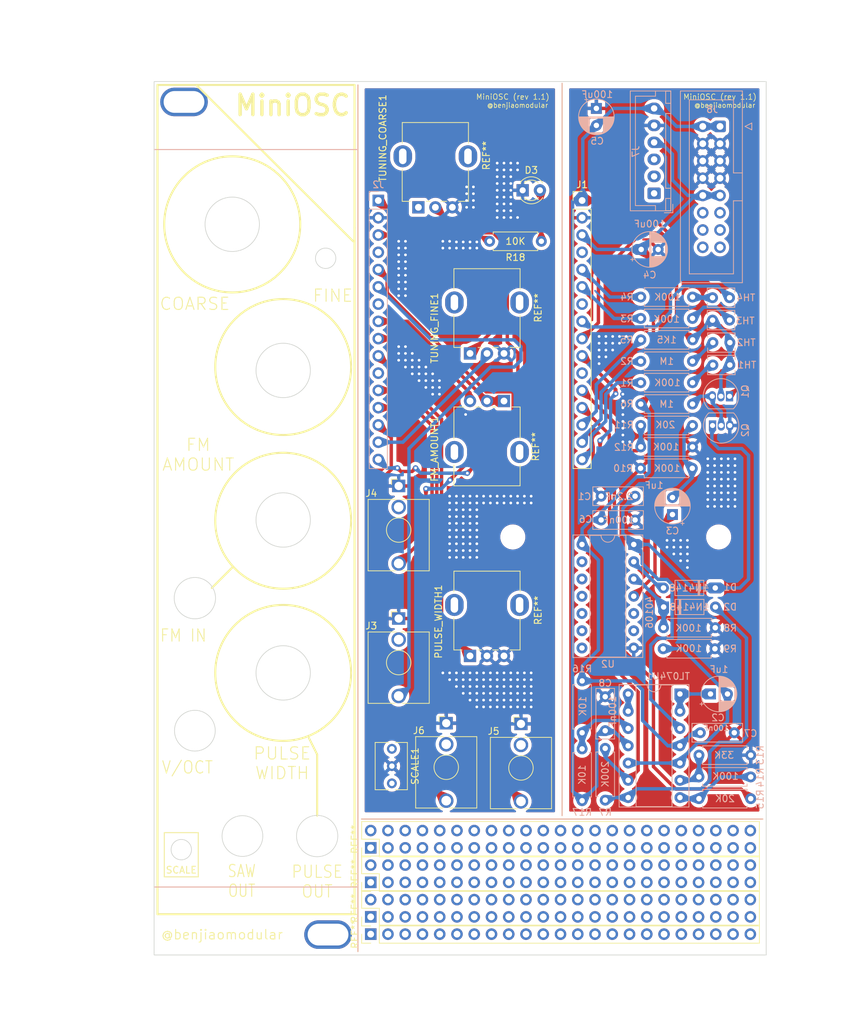
<source format=kicad_pcb>
(kicad_pcb (version 20221018) (generator pcbnew)
  (layers (0 "F.Cu" signal) (31 "B.Cu" signal) (34 "B.Paste" user) (35 "F.Paste" user) (36 "B.SilkS" user "B.Silkscreen") (37 "F.SilkS" user "F.Silkscreen") (38 "B.Mask" user) (39 "F.Mask" user) (44 "Edge.Cuts" user))
  (net 0 "")
  (net 1 "Earth")
  (net 2 "Net-(C1-Pad1)")
  (net 3 "Net-(C2-Pad2)")
  (net 4 "Net-(C2-Pad1)")
  (net 5 "Net-(C3-Pad1)")
  (net 6 "Net-(C3-Pad2)")
  (net 7 "+12V")
  (net 8 "-12V")
  (net 9 "Net-(D1-Pad2)")
  (net 10 "Net-(D2-Pad2)")
  (net 11 "Net-(D2-Pad1)")
  (net 12 "GND1")
  (net 13 "Net-(D3-Pad2)")
  (net 14 "/FrontPanel/FP_FM_AMT_P2")
  (net 15 "/FrontPanel/FP_FM_AMT_P3")
  (net 16 "Net-(J1-Pad16)")
  (net 17 "Net-(J1-Pad15)")
  (net 18 "SCALE")
  (net 19 "Net-(J1-Pad6)")
  (net 20 "Net-(J1-Pad5)")
  (net 21 "FP_12V_NEG")
  (net 22 "/FrontPanel/FP_12V_POS")
  (net 23 "/FrontPanel/FP_FM_IN")
  (net 24 "/FrontPanel/FP_V_OCT_IN")
  (net 25 "/FrontPanel/FP_SCALE")
  (net 26 "/FrontPanel/FP_FINE")
  (net 27 "/FrontPanel/FP_COARSE")
  (net 28 "PULSE_OUT")
  (net 29 "SAW_OUT")
  (net 30 "/FrontPanel/FP_PULSE_WIDTH")
  (net 31 "Net-(Q1-Pad3)")
  (net 32 "Net-(R1-Pad1)")
  (net 33 "Net-(R2-Pad1)")
  (net 34 "Net-(R3-Pad1)")
  (net 35 "Net-(R4-Pad1)")
  (net 36 "Net-(R13-Pad1)")
  (net 37 "Net-(R14-Pad2)")
  (net 38 "Net-(R16-Pad1)")
  (net 39 "Net-(U1-Pad13)")
  (net 40 "FM_AMT_P2")
  (net 41 "FM_AMT_P3")
  (net 42 "PULSE_WIDTH")
  (net 43 "/FrontPanel/FP_SAW_OUT")
  (net 44 "/FrontPanel/FP_PULSE_OUT")
  (net 45 "Net-(J8-Pad11)")
  (net 46 "Net-(J8-Pad13)")
  (net 47 "Net-(J8-Pad15)")
  (footprint "benjiaomodular:Potentiometer_RV09" (layer "F.Cu") (at 86.5 85 90)
    (fp_text reference "TUNING_FINE1")
    (fp_text value "100K")
  )
  (footprint "benjiaomodular:Potentiometer_RV09" (layer "F.Cu") (at 78.9 63.5 90)
    (fp_text reference "TUNING_COARSE1")
    (fp_text value "100K")
  )
  (footprint "Potentiometer_THT:Potentiometer_Bourns_3266Y_Vertical" (layer "F.Cu") (at 75 148.25 -90)
    (fp_text reference "SCALE1")
    (fp_text value "1K")
  )
  (footprint "Connector_Audio:Jack_3.5mm_QingPu_WQP-PJ398SM_Vertical_CircularHoles" (layer "F.Cu") (at 83 139.4)
    (fp_text reference "J6")
    (fp_text value "SAW_OUT")
  )
  (footprint "Connector_Audio:Jack_3.5mm_QingPu_WQP-PJ398SM_Vertical_CircularHoles" (layer "F.Cu") (at 94 139.5)
    (fp_text reference "J5")
    (fp_text value "PULSE_OUT")
  )
  (footprint "Connector_Audio:Jack_3.5mm_QingPu_WQP-PJ398SM_Vertical_CircularHoles" (layer "F.Cu") (at 76 104.5)
    (fp_text reference "J4")
    (fp_text value "FM_IN")
  )
  (footprint "Connector_Audio:Jack_3.5mm_QingPu_WQP-PJ398SM_Vertical_CircularHoles" (layer "F.Cu") (at 76 124)
    (fp_text reference "J3")
    (fp_text value "V_OCT_IN")
  )
  (footprint "benjiaomodular:Potentiometer_RV09" (layer "F.Cu") (at 91.5 92 -90)
    (fp_text reference "FM_AMOUNT1")
    (fp_text value "1M")
  )
  (footprint "benjiaomodular:Potentiometer_RV09" (layer "F.Cu") (at 86.5 129.5 90)
    (fp_text reference "PULSE_WIDTH1")
    (fp_text value "100K")
  )
  (footprint "LED_THT:LED_D3.0mm" (layer "F.Cu") (at 94.25 61)
    (fp_text reference "D3")
    (fp_text value "LED")
  )
  (footprint "Resistor_THT:R_Axial_DIN0207_L6.3mm_D2.5mm_P7.62mm_Horizontal" (layer "F.Cu") (at 97 68.5 180)
    (fp_text reference "R18")
    (fp_text value "10K")
  )
  (footprint "Connector_PinHeader_2.54mm:PinHeader_1x16_P2.54mm_Vertical" (layer "F.Cu") (at 103 62.5)
    (fp_text reference "J1")
    (fp_text value "Conn_01x16_Female")
  )
  (footprint "MountingHole:MountingHole_3.2mm_M3" (layer "F.Cu") (at 123.1 112)
    (fp_text reference "REF**" hide)
    (fp_text value "MountingHole_3.2mm_M3")
  )
  (footprint "MountingHole:MountingHole_3.2mm_M3" (layer "F.Cu") (at 92.8 112)
    (fp_text reference "REF**" hide)
    (fp_text value "MountingHole_3.2mm_M3")
  )
  (footprint "benjiaomodular:MountingHole_M3" (layer "F.Cu") (at 44.4 48)
    (fp_text reference "REF**")
    (fp_text value "MountingHole_M3")
  )
  (footprint "benjiaomodular:MountingHole_M3" (layer "F.Cu") (at 65.6 170.5)
    (fp_text reference "REF**")
    (fp_text value "MountingHole_M3")
  )
  (footprint "Connector_PinHeader_2.54mm:PinHeader_1x23_P2.54mm_Vertical" (layer "F.Cu") (at 71.882 170.434 90)
    (fp_text reference "REF**")
    (fp_text value "PinHeader_1x23_P2.54mm_Vertical")
  )
  (footprint "Connector_PinHeader_2.54mm:PinHeader_2x23_P2.54mm_Vertical" (layer "F.Cu") (at 71.882 162.814 90)
    (fp_text reference "REF**")
    (fp_text value "PinHeader_2x23_P2.54mm_Vertical")
  )
  (footprint "Connector_PinHeader_2.54mm:PinHeader_2x23_P2.54mm_Vertical" (layer "F.Cu") (at 71.882 167.894 90)
    (fp_text reference "REF**")
    (fp_text value "PinHeader_2x23_P2.54mm_Vertical")
  )
  (footprint "Connector_PinHeader_2.54mm:PinHeader_2x23_P2.54mm_Vertical" (layer "F.Cu") (at 71.882 157.734 90)
    (fp_text reference "REF**")
    (fp_text value "PinHeader_2x23_P2.54mm_Vertical")
  )
  (footprint "Capacitor_THT:C_Rect_L7.2mm_W2.5mm_P5.00mm_FKS2_FKP2_MKS2_MKP2" (layer "B.Cu") (at 120.4 140.8)
    (fp_text reference "C7")
    (fp_text value "100nF")
  )
  (footprint "Connector_PinSocket_2.54mm:PinSocket_1x16_P2.54mm_Vertical" (layer "B.Cu") (at 73 62.5 180)
    (fp_text reference "J2")
    (fp_text value "Conn_01x16_Male")
  )
  (footprint "Capacitor_THT:C_Rect_L7.2mm_W2.5mm_P5.00mm_FKS2_FKP2_MKS2_MKP2" (layer "B.Cu") (at 105.8 109.5)
    (fp_text reference "C6")
    (fp_text value "100nF")
  )
  (footprint "Resistor_THT:R_Axial_DIN0207_L6.3mm_D2.5mm_P7.62mm_Horizontal" (layer "B.Cu") (at 106.4 143.1 -90)
    (fp_text reference "R7")
    (fp_text value "200K")
  )
  (footprint "Capacitor_THT:C_Disc_D3.8mm_W2.6mm_P2.50mm" (layer "B.Cu") (at 124.7 76.8 180)
    (fp_text reference "TH4")
    (fp_text value "10K NTC")
  )
  (footprint "Connector_IDC:IDC-Header_2x08_P2.54mm_Vertical" (layer "B.Cu") (at 123.3 51.6 180)
    (fp_text reference "J8")
    (fp_text value "IDC_BUS")
  )
  (footprint "Resistor_THT:R_Axial_DIN0207_L6.3mm_D2.5mm_P7.62mm_Horizontal" (layer "B.Cu") (at 119.25 95.6 180)
    (fp_text reference "R11")
    (fp_text value "20K")
  )
  (footprint "Capacitor_THT:CP_Radial_D5.0mm_P2.50mm" (layer "B.Cu") (at 121.9 135.1)
    (fp_text reference "C2")
    (fp_text value "1uF")
  )
  (footprint "Resistor_THT:R_Axial_DIN0207_L6.3mm_D2.5mm_P7.62mm_Horizontal" (layer "B.Cu") (at 119.25 89.3 180)
    (fp_text reference "R1")
    (fp_text value "100K")
  )
  (footprint "Resistor_THT:R_Axial_DIN0207_L6.3mm_D2.5mm_P7.62mm_Horizontal" (layer "B.Cu") (at 120.2 147.3)
    (fp_text reference "R14")
    (fp_text value "100K")
  )
  (footprint "Capacitor_THT:C_Disc_D3.8mm_W2.6mm_P2.50mm" (layer "B.Cu") (at 122.2 80.1)
    (fp_text reference "TH3")
    (fp_text value "10K NTC")
  )
  (footprint "Connector_JST:JST_XH_B6B-XH-A_1x06_P2.50mm_Vertical" (layer "B.Cu") (at 113.6 61.45 90)
    (fp_text reference "J7")
    (fp_text value "JST_BUS")
  )
  (footprint "Resistor_THT:R_Axial_DIN0207_L6.3mm_D2.5mm_P7.62mm_Horizontal" (layer "B.Cu") (at 119.25 86.15 180)
    (fp_text reference "R2")
    (fp_text value "1M")
  )
  (footprint "Package_DIP:DIP-14_W7.62mm_Socket" (layer "B.Cu") (at 117.4 135.1 180)
    (fp_text reference "U1")
    (fp_text value "TL074")
  )
  (footprint "Capacitor_THT:C_Rect_L7.2mm_W2.5mm_P5.00mm_FKS2_FKP2_MKS2_MKP2" (layer "B.Cu") (at 110.8 106 180)
    (fp_text reference "C1")
    (fp_text value "2.2nF")
  )
  (footprint "Resistor_THT:R_Axial_DIN0207_L6.3mm_D2.5mm_P7.62mm_Horizontal" (layer "B.Cu") (at 122.6 125.35 180)
    (fp_text reference "R8")
    (fp_text value "100K")
  )
  (footprint "Resistor_THT:R_Axial_DIN0207_L6.3mm_D2.5mm_P7.62mm_Horizontal" (layer "B.Cu") (at 119.25 92.45 180)
    (fp_text reference "R6")
    (fp_text value "1M")
  )
  (footprint "Capacitor_THT:CP_Radial_D5.0mm_P2.50mm" (layer "B.Cu") (at 116.3 108.7 90)
    (fp_text reference "C3")
    (fp_text value "1uF")
  )
  (footprint "Package_DIP:DIP-14_W7.62mm_Socket" (layer "B.Cu") (at 110.6 113.1 180)
    (fp_text reference "U2")
    (fp_text value "40106")
  )
  (footprint "Resistor_THT:R_Axial_DIN0207_L6.3mm_D2.5mm_P7.62mm_Horizontal" (layer "B.Cu") (at 111.65 83)
    (fp_text reference "R5")
    (fp_text value "1K5")
  )
  (footprint "Resistor_THT:R_Axial_DIN0207_L6.3mm_D2.5mm_P7.62mm_Horizontal" (layer "B.Cu") (at 103 140.8 90)
    (fp_text reference "R16")
    (fp_text value "10K")
  )
  (footprint "Package_TO_SOT_THT:TO-92_Inline" (layer "B.Cu") (at 124.7 91.3 180)
    (fp_text reference "Q1")
    (fp_text value "BC558")
  )
  (footprint "Resistor_THT:R_Axial_DIN0207_L6.3mm_D2.5mm_P7.62mm_Horizontal" (layer "B.Cu") (at 119.25 79.85 180)
    (fp_text reference "R3")
    (fp_text value "100K")
  )
  (footprint "Resistor_THT:R_Axial_DIN0207_L6.3mm_D2.5mm_P7.62mm_Horizontal" (layer "B.Cu") (at 120.2 144.1)
    (fp_text reference "R13")
    (fp_text value "33K")
  )
  (footprint "Capacitor_THT:C_Disc_D3.8mm_W2.6mm_P2.50mm" (layer "B.Cu") (at 124.75 86.7 180)
    (fp_text reference "TH1")
    (fp_text value "10K NTC")
  )
  (footprint "Resistor_THT:R_Axial_DIN0207_L6.3mm_D2.5mm_P7.62mm_Horizontal" (layer "B.Cu") (at 119.25 76.7 180)
    (fp_text reference "R4")
    (fp_text value "100K")
  )
  (footprint "Capacitor_THT:C_Disc_D3.8mm_W2.6mm_P2.50mm" (layer "B.Cu") (at 124.75 83.4 180)
    (fp_text reference "TH2")
    (fp_text value "10K NTC")
  )
  (footprint "Package_TO_SOT_THT:TO-92_Inline" (layer "B.Cu") (at 122.2 95.6)
    (fp_text reference "Q2")
    (fp_text value "BC548")
  )
  (footprint "Capacitor_THT:CP_Radial_D5.0mm_P2.50mm" (layer "B.Cu") (at 111.7 69.7)
    (fp_text reference "C4")
    (fp_text value "100uF")
  )
  (footprint "Capacitor_THT:CP_Radial_D5.0mm_P2.50mm" (layer "B.Cu") (at 105.1 48.95 -90)
    (fp_text reference "C5")
    (fp_text value "100uF")
  )
  (footprint "Resistor_THT:R_Axial_DIN0207_L6.3mm_D2.5mm_P7.62mm_Horizontal" (layer "B.Cu") (at 111.6 101.9)
    (fp_text reference "R10")
    (fp_text value "100K")
  )
  (footprint "Resistor_THT:R_Axial_DIN0207_L6.3mm_D2.5mm_P7.62mm_Horizontal" (layer "B.Cu") (at 122.55 128.45 180)
    (fp_text reference "R9")
    (fp_text value "100K")
  )
  (footprint "Diode_THT:D_DO-35_SOD27_P7.62mm_Horizontal" (layer "B.Cu") (at 115 122.3)
    (fp_text reference "D2")
    (fp_text value "1N4148")
  )
  (footprint "Resistor_THT:R_Axial_DIN0207_L6.3mm_D2.5mm_P7.62mm_Horizontal" (layer "B.Cu") (at 119.25 98.75 180)
    (fp_text reference "R12")
    (fp_text value "100K")
  )
  (footprint "Capacitor_THT:C_Rect_L7.2mm_W2.5mm_P5.00mm_FKS2_FKP2_MKS2_MKP2" (layer "B.Cu") (at 106.4 135.5 -90)
    (fp_text reference "C8")
    (fp_text value "100nF")
  )
  (footprint "Resistor_THT:R_Axial_DIN0207_L6.3mm_D2.5mm_P7.62mm_Horizontal" (layer "B.Cu") (at 103 150.8 90)
    (fp_text reference "R17")
    (fp_text value "10K")
  )
  (footprint "Resistor_THT:R_Axial_DIN0207_L6.3mm_D2.5mm_P7.62mm_Horizontal" (layer "B.Cu") (at 120.2 150.5)
    (fp_text reference "R15")
    (fp_text value "20K")
  )
  (footprint "Diode_THT:D_DO-35_SOD27_P7.62mm_Horizontal" (layer "B.Cu") (at 122.6 119.5 180)
    (fp_text reference "D1")
    (fp_text value "1N4148")
  )
  (gr_line (start 70 173) (end 70 45.5) (stroke (width 0.15)) (layer "B.SilkS"))
  (gr_line (start 70 55) (end 40 55) (stroke (width 0.15)) (layer "B.SilkS"))
  (gr_line (start 129.6 153.5) (end 70.525 153.5) (stroke (width 0.15)) (layer "B.SilkS"))
  (gr_line (start 40 163.5) (end 70 163.5) (stroke (width 0.15)) (layer "B.SilkS"))
  (gr_line (start 100.05 153) (end 100.05 45.25) (stroke (width 0.15)) (layer "B.SilkS"))
  (gr_line (start 48.5 119.5) (end 51.5 116.5) (stroke (width 0.3)) (layer "F.SilkS"))
  (gr_line (start 69.5 167.5) (end 69.5 66.5) (stroke (width 0.3)) (layer "F.SilkS"))
  (gr_line (start 69.5 45.5) (end 69.5 66.5) (stroke (width 0.3)) (layer "F.SilkS"))
  (gr_circle (center 59 109.611874) (end 69 109.5) (stroke (width 0.3)) (fill none) (layer "F.SilkS"))
  (gr_line (start 129.6 153.5) (end 70.525 153.5) (stroke (width 0.15)) (layer "F.SilkS"))
  (gr_circle (center 51.5 66.012492) (end 61.512492 66.012492) (stroke (width 0.3)) (fill none) (layer "F.SilkS"))
  (gr_line (start 64 153) (end 64 144) (stroke (width 0.3)) (layer "F.SilkS"))
  (gr_line (start 46.5 162) (end 41.5 162) (stroke (width 0.15)) (layer "F.SilkS"))
  (gr_line (start 41.5 155.5) (end 46.5 155.5) (stroke (width 0.15)) (layer "F.SilkS"))
  (gr_line (start 70 173) (end 70 45.5) (stroke (width 0.15)) (layer "F.SilkS"))
  (gr_circle (center 59 132) (end 69 132) (stroke (width 0.3)) (fill none) (layer "F.SilkS"))
  (gr_line (start 40.5 45.5) (end 69.5 45.5) (stroke (width 0.3)) (layer "F.SilkS"))
  (gr_line (start 46.5 155.5) (end 46.5 162) (stroke (width 0.15)) (layer "F.SilkS"))
  (gr_line (start 40.5 167.5) (end 69.5 167.5) (stroke (width 0.3)) (layer "F.SilkS"))
  (gr_line (start 46.3 45.6) (end 69.3 68.5) (stroke (width 0.3)) (layer "F.SilkS"))
  (gr_line (start 40.5 45.5) (end 40.5 167.5) (stroke (width 0.3)) (layer "F.SilkS"))
  (gr_line (start 100.05 153) (end 100.05 45.25) (stroke (width 0.15)) (layer "F.SilkS"))
  (gr_line (start 64 144) (end 62.8 141.6) (stroke (width 0.3)) (layer "F.SilkS"))
  (gr_line (start 41.5 162) (end 41.5 155.5) (stroke (width 0.15)) (layer "F.SilkS"))
  (gr_circle (center 59 87) (end 69 87) (stroke (width 0.3)) (fill none) (layer "F.SilkS"))
  (gr_rect (start 40 45) (end 130.1 173.5) (stroke (width 0.1)) (fill none) (layer "Edge.Cuts"))
  (gr_circle (center 46 140.5) (end 49 140.5) (stroke (width 0.1)) (fill none) (layer "Edge.Cuts"))
  (gr_circle (center 53 156) (end 56 156) (stroke (width 0.1)) (fill none) (layer "Edge.Cuts"))
  (gr_circle (center 59 109.5) (end 63 109.5) (stroke (width 0.1)) (fill none) (layer "Edge.Cuts"))
  (gr_circle (center 46 121) (end 49 121.5) (stroke (width 0.1)) (fill none) (layer "Edge.Cuts"))
  (gr_circle (center 64 156) (end 67 156.5) (stroke (width 0.1)) (fill none) (layer "Edge.Cuts"))
  (gr_circle (center 51.5 66) (end 55.5 66) (stroke (width 0.1)) (fill none) (layer "Edge.Cuts"))
  (gr_circle (center 44 158) (end 45.5 158) (stroke (width 0.1)) (fill none) (layer "Edge.Cuts"))
  (gr_circle (center 59 132) (end 63 132) (stroke (width 0.1)) (fill none) (layer "Edge.Cuts"))
  (gr_circle (center 65.25 71) (end 66.75 71) (stroke (width 0.1)) (fill none) (layer "Edge.Cuts"))
  (gr_circle (center 59 87.5) (end 63 87.5) (stroke (width 0.1)) (fill none) (layer "Edge.Cuts"))
  (gr_text "MiniOSC (rev 1.1)" (at 98.25 47.25) (layer "F.SilkS") (effects (font (size 0.8 0.8) (thickness 0.1)) (justify right)))
  (gr_text "MiniOSC (rev 1.1)" (at 128.75 47.25) (layer "F.SilkS") (effects (font (size 0.8 0.8) (thickness 0.1)) (justify right)))
  (gr_text "@benjiaomodular" (at 93.5 48.5) (layer "F.SilkS") (effects (font (size 0.7 0.7) (thickness 0.1))))
  (gr_text "@benjiaomodular" (at 124 48.5) (layer "F.SilkS") (effects (font (size 0.7 0.7) (thickness 0.1))))
  (gr_text "FM IN" (at 44.3 126.5) (layer "F.SilkS") (effects (font (size 1.8 1.6))))
  (gr_text "V/OCT" (at 44.9 145.9) (layer "F.SilkS") (effects (font (size 1.8 1.6))))
  (gr_text "COARSE" (at 46 77.7) (layer "F.SilkS") (effects (font (size 1.8 1.8))))
  (gr_text "SAW\nOUT" (at 52.9 162.6) (layer "F.SilkS") (effects (font (size 1.8 1.4))))
  (gr_text "SCALE" (at 44 161) (layer "F.SilkS") (effects (font (size 1 1))))
  (gr_text "MiniOSC" (at 60.4 48.5) (layer "F.SilkS") (effects (font (size 3 2.8) (thickness 0.5))))
  (gr_text "PULSE\nOUT" (at 64 162.7) (layer "F.SilkS") (effects (font (size 1.8 1.6))))
  (gr_text "@benjiaomodular" (at 50 170.5) (layer "F.SilkS") (effects (font (size 1.4 1.4))))
  (gr_text "FINE" (at 66.3 76.5) (layer "F.SilkS") (effects (font (size 1.8 1.8))))
  (gr_text "FM\nAMOUNT" (at 46.5 99.9) (layer "F.SilkS") (effects (font (size 1.8 1.8))))
  (gr_text "PULSE\nWIDTH" (at 58.856124 145.289888) (layer "F.SilkS") (effects (font (size 1.8 1.8))))
  (via (at 124.5 103.5) (size 0.8) (drill 0.4) (layers "F.Cu" "B.Cu") (net 1))
  (via (at 122.5 105.5) (size 0.8) (drill 0.4) (layers "F.Cu" "B.Cu") (net 1))
  (via (at 105.5 85.5) (size 0.8) (drill 0.4) (layers "F.Cu" "B.Cu") (net 1))
  (via (at 106.5 83.5) (size 0.8) (drill 0.4) (layers "F.Cu" "B.Cu") (net 1))
  (via (at 116.5 113.5) (size 0.8) (drill 0.4) (layers "F.Cu" "B.Cu") (net 1))
  (via (at 123.5 102.5) (size 0.8) (drill 0.4) (layers "F.Cu" "B.Cu") (net 1))
  (via (at 125.5 104.5) (size 0.8) (drill 0.4) (layers "F.Cu" "B.Cu") (net 1))
  (via (at 121.5 107.5) (size 0.8) (drill 0.4) (layers "F.Cu" "B.Cu") (net 1))
  (via (at 124.5 105.5) (size 0.8) (drill 0.4) (layers "F.Cu" "B.Cu") (net 1))
  (via (at 124.5 100.5) (size 0.8) (drill 0.4) (layers "F.Cu" "B.Cu") (net 1))
  (via (at 122.5 103.5) (size 0.8) (drill 0.4) (layers "F.Cu" "B.Cu") (net 1))
  (via (at 124.5 107.5) (size 0.8) (drill 0.4) (layers "F.Cu" "B.Cu") (net 1))
  (via (at 124.5 106.5) (size 0.8) (drill 0.4) (layers "F.Cu" "B.Cu") (net 1))
  (via (at 121.5 104.5) (size 0.8) (drill 0.4) (layers "F.Cu" "B.Cu") (net 1))
  (via (at 123.5 104.5) (size 0.8) (drill 0.4) (layers "F.Cu" "B.Cu") (net 1))
  (via (at 125.5 101.5) (size 0.8) (drill 0.4) (layers "F.Cu" "B.Cu") (net 1))
  (via (at 123.5 107.5) (size 0.8) (drill 0.4) (layers "F.Cu" "B.Cu") (net 1))
  (via (at 109 94) (size 0.8) (drill 0.4) (layers "F.Cu" "B.Cu") (net 1))
  (via (at 118.5 114.5) (size 0.8) (drill 0.4) (layers "F.Cu" "B.Cu") (net 1))
  (via (at 109 93) (size 0.8) (drill 0.4) (layers "F.Cu" "B.Cu") (net 1))
  (via (at 105.5 84.5) (size 0.8) (drill 0.4) (layers "F.Cu" "B.Cu") (net 1))
  (via (at 123.5 100.5) (size 0.8) (drill 0.4) (layers "F.Cu" "B.Cu") (net 1))
  (via (at 109 97) (size 0.8) (drill 0.4) (layers "F.Cu" "B.Cu") (net 1))
  (via (at 125.5 105.5) (size 0.8) (drill 0.4) (layers "F.Cu" "B.Cu") (net 1))
  (via (at 105.5 83.5) (size 0.8) (drill 0.4) (layers "F.Cu" "B.Cu") (net 1))
  (via (at 125.5 100.5) (size 0.8) (drill 0.4) (layers "F.Cu" "B.Cu") (net 1))
  (via (at 117.5 114.5) (size 0.8) (drill 0.4) (layers "F.Cu" "B.Cu") (net 1))
  (via (at 106.5 82.5) (size 0.8) (drill 0.4) (layers "F.Cu" "B.Cu") (net 1))
  (via (at 125.5 102.5) (size 0.8) (drill 0.4) (layers "F.Cu" "B.Cu") (net 1))
  (via (at 109.5 82.5) (size 0.8) (drill 0.4) (layers "F.Cu" "B.Cu") (net 1))
  (via (at 118.5 115.5) (size 0.8) (drill 0.4) (layers "F.Cu" "B.Cu") (net 1))
  (via (at 118.5 116.5) (size 0.8) (drill 0.4) (layers "F.Cu" "B.Cu") (net 1))
  (via (at 123.5 106.5) (size 0.8) (drill 0.4) (layers "F.Cu" "B.Cu") (net 1))
  (via (at 125.5 107.5) (size 0.8) (drill 0.4) (layers "F.Cu" "B.Cu") (net 1))
  (via (at 109 95) (size 0.8) (drill 0.4) (layers "F.Cu" "B.Cu") (net 1))
  (via (at 125.5 103.5) (size 0.8) (drill 0.4) (layers "F.Cu" "B.Cu") (net 1))
  (via (at 117.5 112.5) (size 0.8) (drill 0.4) (layers "F.Cu" "B.Cu") (net 1))
  (via (at 108.5 83.5) (size 0.8) (drill 0.4) (layers "F.Cu" "B.Cu") (net 1))
  (via (at 122.5 102.5) (size 0.8) (drill 0.4) (layers "F.Cu" "B.Cu") (net 1))
  (via (at 105.5 86.5) (size 0.8) (drill 0.4) (layers "F.Cu" "B.Cu") (net 1))
  (via (at 121.5 101.5) (size 0.8) (drill 0.4) (layers "F.Cu" "B.Cu") (net 1))
  (via (at 121.5 103.5) (size 0.8) (drill 0.4) (layers "F.Cu" "B.Cu") (net 1))
  (via (at 122.5 101.5) (size 0.8) (drill 0.4) (layers "F.Cu" "B.Cu") (net 1))
  (via (at 122.5 104.5) (size 0.8) (drill 0.4) (layers "F.Cu" "B.Cu") (net 1))
  (via (at 108.5 82.5) (size 0.8) (drill 0.4) (layers "F.Cu" "B.Cu") (net 1))
  (via (at 122.5 100.5) (size 0.8) (drill 0.4) (layers "F.Cu" "B.Cu") (net 1))
  (via (at 107.5 83.5) (size 0.8) (drill 0.4) (layers "F.Cu" "B.Cu") (net 1))
  (via (at 109 91) (size 0.8) (drill 0.4) (layers "F.Cu" "B.Cu") (net 1))
  (via (at 121.5 105.5) (size 0.8) (drill 0.4) (layers "F.Cu" "B.Cu") (net 1))
  (via (at 122.5 107.5) (size 0.8) (drill 0.4) (layers "F.Cu" "B.Cu") (net 1))
  (via (at 116.5 112.5) (size 0.8) (drill 0.4) (layers "F.Cu" "B.Cu") (net 1))
  (via (at 123.5 103.5) (size 0.8) (drill 0.4) (layers "F.Cu" "B.Cu") (net 1))
  (via (at 118.5 113.5) (size 0.8) (drill 0.4) (layers "F.Cu" "B.Cu") (net 1))
  (via (at 123.5 105.5) (size 0.8) (drill 0.4) (layers "F.Cu" "B.Cu") (net 1))
  (via (at 109 98) (size 0.8) (drill 0.4) (layers "F.Cu" "B.Cu") (net 1))
  (via (at 121.5 102.5) (size 0.8) (drill 0.4) (layers "F.Cu" "B.Cu") (net 1))
  (via (at 124.5 102.5) (size 0.8) (drill 0.4) (layers "F.Cu" "B.Cu") (net 1))
  (via (at 106.5 84.5) (size 0.8) (drill 0.4) (layers "F.Cu" "B.Cu") (net 1))
  (via (at 107.5 84.5) (size 0.8) (drill 0.4) (layers "F.Cu" "B.Cu") (net 1))
  (via (at 117.5 115.5) (size 0.8) (drill 0.4) (layers "F.Cu" "B.Cu") (net 1))
  (via (at 109 92) (size 0.8) (drill 0.4) (layers "F.Cu" "B.Cu") (net 1))
  (via (at 107.5 82.5) (size 0.8) (drill 0.4) (layers "F.Cu" "B.Cu") (net 1))
  (via (at 122.5 106.5) (size 0.8) (drill 0.4) (layers "F.Cu" "B.Cu") (net 1))
  (via (at 124.5 104.5) (size 0.8) (drill 0.4) (layers "F.Cu" "B.Cu") (net 1))
  (via (at 106.5 85.5) (size 0.8) (drill 0.4) (layers "F.Cu" "B.Cu") (net 1))
  (via (at 123.5 101.5) (size 0.8) (drill 0.4) (layers "F.Cu" "B.Cu") (net 1))
  (via (at 110 98) (size 0.8) (drill 0.4) (layers "F.Cu" "B.Cu") (net 1))
  (via (at 117.5 113.5) (size 0.8) (drill 0.4) (layers "F.Cu" "B.Cu") (net 1))
  (via (at 105.5 82.5) (size 0.8) (drill 0.4) (layers "F.Cu" "B.Cu") (net 1))
  (via (at 118.5 112.5) (size 0.8) (drill 0.4) (layers "F.Cu" "B.Cu") (net 1))
  (via (at 115.5 112.5) (size 0.8) (drill 0.4) (layers "F.Cu" "B.Cu") (net 1))
  (via (at 115.5 113.5) (size 0.8) (drill 0.4) (layers "F.Cu" "B.Cu") (net 1))
  (via (at 124.5 101.5) (size 0.8) (drill 0.4) (layers "F.Cu" "B.Cu") (net 1))
  (via (at 121.5 106.5) (size 0.8) (drill 0.4) (layers "F.Cu" "B.Cu") (net 1))
  (via (at 125.5 106.5) (size 0.8) (drill 0.4) (layers "F.Cu" "B.Cu") (net 1))
  (via (at 109 96) (size 0.8) (drill 0.4) (layers "F.Cu" "B.Cu") (net 1))
  (via (at 121.5 100.5) (size 0.8) (drill 0.4) (layers "F.Cu" "B.Cu") (net 1))
  (via (at 116.5 114.5) (size 0.8) (drill 0.4) (layers "F.Cu" "B.Cu") (net 1))
  (segment (start 122.6 119.5) (end 119.2 119.5) (width 0.5) (layer "B.Cu") (net 2))
  (segment (start 112.8 113.1) (end 110.6 113.1) (width 0.5) (layer "B.Cu") (net 2))
  (segment (start 127.5 100) (end 127.5 118.2) (width 0.5) (layer "B.Cu") (net 2))
  (segment (start 123.1 99) (end 126.5 99) (width 0.5) (layer "B.Cu") (net 2))
  (segment (start 113.1 135.88) (end 113.1 127.9) (width 0.5) (layer "B.Cu") (net 2))
  (segment (start 127.5 118.2) (end 126.2 119.5) (width 0.5) (layer "B.Cu") (net 2))
  (segment (start 117.4 140.18) (end 113.1 135.88) (width 0.5) (layer "B.Cu") (net 2))
  (segment (start 122.2 95.6) (end 122.1 95.7) (width 0.5) (layer "B.Cu") (net 2))
  (segment (start 114.19995 118.25) (end 111.85 115.90005) (width 0.5) (layer "B.Cu") (net 2))
  (segment (start 113.1 127.9) (end 114.1 126.9) (width 0.5) (layer "B.Cu") (net 2))
  (segment (start 109 107.8) (end 109 111.5) (width 0.5) (layer "B.Cu") (net 2))
  (segment (start 122.1 95.7) (end 122.1 98) (width 0.5) (layer "B.Cu") (net 2))
  (segment (start 116.25 119.002233) (end 115.497767 118.25) (width 0.5) (layer "B.Cu") (net 2))
  (segment (start 122.1 98) (end 123.1 99) (width 0.5) (layer "B.Cu") (net 2))
  (segment (start 109 111.5) (end 110.6 113.1) (width 0.5) (layer "B.Cu") (net 2))
  (segment (start 115.497767 118.25) (end 114.19995 118.25) (width 0.5) (layer "B.Cu") (net 2))
  (segment (start 110.8 106) (end 109 107.8) (width 0.5) (layer "B.Cu") (net 2))
  (segment (start 126.5 99) (end 127.5 100) (width 0.5) (layer "B.Cu") (net 2))
  (segment (start 119.2 119.5) (end 112.8 113.1) (width 0.5) (layer "B.Cu") (net 2))
  (segment (start 111.85 114.35) (end 110.6 113.1) (width 0.5) (layer "B.Cu") (net 2))
  (segment (start 126.2 119.5) (end 122.6 119.5) (width 0.5) (layer "B.Cu") (net 2))
  (segment (start 116.25 126.88) (end 116.25 119.002233) (width 0.5) (layer "B.Cu") (net 2))
  (segment (start 116.23 126.9) (end 116.25 126.88) (width 0.5) (layer "B.Cu") (net 2))
  (segment (start 114.1 126.9) (end 116.23 126.9) (width 0.5) (layer "B.Cu") (net 2))
  (segment (start 111.85 115.90005) (end 111.85 114.35) (width 0.5) (layer "B.Cu") (net 2))
  (segment (start 117.75 128.45) (end 114.93 128.45) (width 0.5) (layer "B.Cu") (net 3))
  (segment (start 124.4 135.1) (end 124.4 139.1) (width 0.5) (layer "B.Cu") (net 3))
  (segment (start 124.4 139.1) (end 121.2 142.3) (width 0.5) (layer "B.Cu") (net 3))
  (segment (start 121.2 142.3) (end 120 142.3) (width 0.5) (layer "B.Cu") (net 3))
  (segment (start 124.4 135.1) (end 117.75 128.45) (width 0.5) (layer "B.Cu") (net 3))
  (segment (start 117.4 144.9) (end 117.4 145.26) (width 0.5) (layer "B.Cu") (net 3))
  (segment (start 120 142.3) (end 117.4 144.9) (width 0.5) (layer "B.Cu") (net 3))
  (segment (start 109.78 145.26) (end 117.4 145.26) (width 0.5) (layer "B.Cu") (net 3))
  (segment (start 121.9 135.1) (end 117.4 135.1) (width 0.5) (layer "B.Cu") (net 4))
  (segment (start 117.4 135.1) (end 117.4 137.64) (width 0.5) (layer "B.Cu") (net 4))
  (segment (start 113.729999 117.590001) (end 110.6 120.72) (width 0.5) (layer "F.Cu") (net 5))
  (segment (start 110.68 120.72) (end 110.6 120.72) (width 0.5) (layer "F.Cu") (net 5))
  (segment (start 113.729999 111.270001) (end 113.729999 117.590001) (width 0.5) (layer "F.Cu") (net 5))
  (segment (start 116.3 108.7) (end 113.729999 111.270001) (width 0.5) (layer "F.Cu") (net 5))
  (segment (start 117.999999 100.679999) (end 119.22 101.9) (width 0.5) (layer "B.Cu") (net 6))
  (segment (start 119.25 95.6) (end 117.999999 96.850001) (width 0.5) (layer "B.Cu") (net 6))
  (segment (start 119.22 103.28) (end 116.3 106.2) (width 0.5) (layer "B.Cu") (net 6))
  (segment (start 117.999999 96.850001) (end 117.999999 100.679999) (width 0.5) (layer "B.Cu") (net 6))
  (segment (start 119.22 101.9) (end 119.22 103.28) (width 0.5) (layer "B.Cu") (net 6))
  (segment (start 111.7 69.7) (end 113.5 71.5) (width 0.5) (layer "F.Cu") (net 7))
  (segment (start 113.5 71.5) (end 113.5 90.58) (width 0.5) (layer "F.Cu") (net 7))
  (segment (start 113.5 90.58) (end 111.63 92.45) (width 0.5) (layer "F.Cu") (net 7))
  (segment (start 110.58 133.18) (end 111.9 134.5) (width 0.5) (layer "B.Cu") (net 7))
  (segment (start 105.17 69.7) (end 103.05 67.58) (width 0.5) (layer "B.Cu") (net 7))
  (segment (start 112.880001 102.470001) (end 112.880001 93.700001) (width 0.5) (layer "B.Cu") (net 7))
  (segment (start 111.9 134.5) (end 111.9 139) (width 0.5) (layer "B.Cu") (net 7))
  (segment (start 105.8 109.5) (end 104.3 109.5) (width 0.5) (layer "B.Cu") (net 7))
  (segment (start 114.55 53.95) (end 116.3 55.7) (width 0.5) (layer "B.Cu") (net 7))
  (segment (start 103 110.8) (end 103 113.08) (width 0.5) (layer "B.Cu") (net 7))
  (segment (start 103 133.18) (end 110.58 133.18) (width 0.5) (layer "B.Cu") (net 7))
  (segment (start 118.56 61.76) (end 119.64 61.76) (width 0.5) (layer "B.Cu") (net 7))
  (segment (start 112.880001 93.700001) (end 111.63 92.45) (width 0.5) (layer "B.Cu") (net 7))
  (segment (start 112.200001 103.150001) (end 112.880001 102.470001) (width 0.5) (layer "B.Cu") (net 7))
  (segment (start 104.3 109.5) (end 103 110.8) (width 0.5) (layer "B.Cu") (net 7))
  (segment (start 116.3 59.5) (end 118.56 61.76) (width 0.5) (layer "B.Cu") (net 7))
  (segment (start 103.1 113.1) (end 102.98 113.1) (width 0.5) (layer "B.Cu") (net 7))
  (segment (start 105.8 108.36863) (end 111.018629 103.150001) (width 0.5) (layer "B.Cu") (net 7))
  (segment (start 113.6 53.95) (end 114.55 53.95) (width 0.5) (layer "B.Cu") (net 7))
  (segment (start 111.9 139) (end 115.62 142.72) (width 0.5) (layer "B.Cu") (net 7))
  (segment (start 105.4 128.6) (end 105.4 115.4) (width 0.5) (layer "B.Cu") (net 7))
  (segment (start 115.62 142.72) (end 117.4 142.72) (width 0.5) (layer "B.Cu") (net 7))
  (segment (start 120.4 140.8) (end 119.32 140.8) (width 0.5) (layer "B.Cu") (net 7))
  (segment (start 116.3 55.7) (end 116.3 59.5) (width 0.5) (layer "B.Cu") (net 7))
  (segment (start 103 131) (end 105.4 128.6) (width 0.5) (layer "B.Cu") (net 7))
  (segment (start 103 113.08) (end 102.98 113.1) (width 0.5) (layer "B.Cu") (net 7))
  (segment (start 111.018629 103.150001) (end 112.200001 103.150001) (width 0.5) (layer "B.Cu") (net 7))
  (segment (start 111.7 69.7) (end 105.17 69.7) (width 0.5) (layer "B.Cu") (net 7))
  (segment (start 123.3 61.76) (end 120.76 61.76) (width 0.5) (layer "B.Cu") (net 7))
  (segment (start 103 133.18) (end 103 131) (width 0.5) (layer "B.Cu") (net 7))
  (segment (start 105.8 109.5) (end 105.8 108.36863) (width 0.5) (layer "B.Cu") (net 7))
  (segment (start 105.4 115.4) (end 103.1 113.1) (width 0.5) (layer "B.Cu") (net 7))
  (segment (start 120.76 61.76) (end 119.64 61.76) (width 0.5) (layer "B.Cu") (net 7))
  (segment (start 119.64 61.76) (end 111.7 69.7) (width 0.5) (layer "B.Cu") (net 7))
  (segment (start 119.32 140.8) (end 117.4 142.72) (width 0.5) (layer "B.Cu") (net 7))
  (segment (start 126.2 89.8) (end 126.2 75.8) (width 0.5) (layer "F.Cu") (net 8))
  (segment (start 126.2 75.8) (end 124.3 73.9) (width 0.5) (layer "F.Cu") (net 8))
  (segment (start 124.7 91.3) (end 126.2 89.8) (width 0.5) (layer "F.Cu") (net 8))
  (segment (start 110.889962 62.5) (end 103.05 62.5) (width 0.5) (layer "F.Cu") (net 8))
  (segment (start 124.3 73.9) (end 122.289962 73.9) (width 0.5) (layer "F.Cu") (net 8))
  (segment (start 122.289962 73.9) (end 110.889962 62.5) (width 0.5) (layer "F.Cu") (net 8))
  (segment (start 101.6 149.4) (end 101.6 62.6) (width 0.5) (layer "B.Cu") (net 8))
  (segment (start 105.8 140.5) (end 105.149999 141.150001) (width 0.5) (layer "B.Cu") (net 8))
  (segment (start 101.6 62.6) (end 101.7 62.5) (width 0.5) (layer "B.Cu") (net 8))
  (segment (start 103.05 62.5) (end 103.1 62.45) (width 0.5) (layer "B.Cu") (net 8))
  (segment (start 113.6 48.95) (end 107.6 48.95) (width 0.5) (layer "B.Cu") (net 8))
  (segment (start 114.25 48.95) (end 113.6 48.95) (width 0.5) (layer "B.Cu") (net 8))
  (segment (start 107.6 48.95) (end 105.1 51.45) (width 0.5) (layer "B.Cu") (net 8))
  (segment (start 103.1 53.45) (end 105.1 51.45) (width 0.5) (layer "B.Cu") (net 8))
  (segment (start 120.76 51.6) (end 116.9 51.6) (width 0.5) (layer "B.Cu") (net 8))
  (segment (start 105.149999 141.150001) (end 105.149999 148.650001) (width 0.5) (layer "B.Cu") (net 8))
  (segment (start 109.78 142.68) (end 107.6 140.5) (width 0.5) (layer "B.Cu") (net 8))
  (segment (start 109.78 142.72) (end 109.78 142.68) (width 0.5) (layer "B.Cu") (net 8))
  (segment (start 101.7 62.5) (end 103.05 62.5) (width 0.5) (layer "B.Cu") (net 8))
  (segment (start 116.9 51.6) (end 114.25 48.95) (width 0.5) (layer "B.Cu") (net 8))
  (segment (start 107.6 140.5) (end 106.4 140.5) (width 0.5) (layer "B.Cu") (net 8))
  (segment (start 103 150.8) (end 101.6 149.4) (width 0.5) (layer "B.Cu") (net 8))
  (segment (start 105.149999 148.650001) (end 103 150.8) (width 0.5) (layer "B.Cu") (net 8))
  (segment (start 106.4 140.5) (end 105.8 140.5) (width 0.5) (layer "B.Cu") (net 8))
  (segment (start 123.3 51.6) (end 120.76 51.6) (width 0.5) (layer "B.Cu") (net 8))
  (segment (start 103.1 62.45) (end 103.1 53.45) (width 0.5) (layer "B.Cu") (net 8))
  (segment (start 114.46 119.5) (end 114.98 119.5) (width 0.5) (layer "B.Cu") (net 9))
  (segment (start 110.6 115.64) (end 114.46 119.5) (width 0.5) (layer "B.Cu") (net 9))
  (segment (start 123.2 142.2) (end 121.8 143.6) (width 0.5) (layer "B.Cu") (net 10))
  (segment (start 127.2 126.88) (end 127.2 141.4) (width 0.5) (layer "B.Cu") (net 10))
  (segment (start 120.549999 149.050001) (end 111.069999 149.050001) (width 0.5) (layer "B.Cu") (net 10))
  (segment (start 121.8 147.8) (end 120.549999 149.050001) (width 0.5) (layer "B.Cu") (net 10))
  (segment (start 106.78 150.34) (end 106.4 150.72) (width 0.5) (layer "B.Cu") (net 10))
  (segment (start 127.2 141.4) (end 126.4 142.2) (width 0.5) (layer "B.Cu") (net 10))
  (segment (start 126.4 142.2) (end 123.2 142.2) (width 0.5) (layer "B.Cu") (net 10))
  (segment (start 109.78 150.34) (end 106.78 150.34) (width 0.5) (layer "B.Cu") (net 10))
  (segment (start 121.8 143.6) (end 121.8 147.8) (width 0.5) (layer "B.Cu") (net 10))
  (segment (start 111.069999 149.050001) (end 109.78 150.34) (width 0.5) (layer "B.Cu") (net 10))
  (segment (start 122.62 122.3) (end 127.2 126.88) (width 0.5) (layer "B.Cu") (net 10))
  (segment (start 115 122) (end 111.18 118.18) (width 0.5) (layer "B.Cu") (net 11))
  (segment (start 115 125.33) (end 114.98 125.35) (width 0.5) (layer "B.Cu") (net 11))
  (segment (start 111.18 118.18) (end 110.6 118.18) (width 0.5) (layer "B.Cu") (net 11))
  (segment (start 115 122.3) (end 115 122) (width 0.5) (layer "B.Cu") (net 11))
  (segment (start 115 122.3) (end 115 125.33) (width 0.5) (layer "B.Cu") (net 11))
  (segment (start 82 89) (end 82 90.128) (width 0.5) (layer "F.Cu") (net 12))
  (segment (start 82 90.128) (end 85.852 93.98) (width 0.5) (layer "F.Cu") (net 12))
  (via (at 87.5 111) (size 0.8) (drill 0.4) (layers "F.Cu" "B.Cu") (net 12))
  (via (at 76 71.5) (size 0.8) (drill 0.4) (layers "F.Cu" "B.Cu") (net 12))
  (via (at 78 87) (size 0.8) (drill 0.4) (layers "F.Cu" "B.Cu") (net 12))
  (via (at 84.5 68.598) (size 0.8) (drill 0.4) (layers "F.Cu" "B.Cu") (net 12))
  (via (at 93.5 134) (size 0.8) (drill 0.4) (layers "F.Cu" "B.Cu") (net 12))
  (via (at 87 61.5) (size 0.8) (drill 0.4) (layers "F.Cu" "B.Cu") (net 12))
  (via (at 77 76.5) (size 0.8) (drill 0.4) (layers "F.Cu" "B.Cu") (net 12))
  (via (at 87.5 115) (size 0.8) (drill 0.4) (layers "F.Cu" "B.Cu") (net 12))
  (via (at 89.5 133) (size 0.8) (drill 0.4) (layers "F.Cu" "B.Cu") (net 12))
  (via (at 87.5 134) (size 0.8) (drill 0.4) (layers "F.Cu" "B.Cu") (net 12))
  (via (at 91.5 63) (size 0.8) (drill 0.4) (layers "F.Cu" "B.Cu") (net 12))
  (via (at 78 86) (size 0.8) (drill 0.4) (layers "F.Cu" "B.Cu") (net 12))
  (via (at 93.5 133) (size 0.8) (drill 0.4) (layers "F.Cu" "B.Cu") (net 12))
  (via (at 85.5 135) (size 0.8) (drill 0.4) (layers "F.Cu" "B.Cu") (net 12))
  (via (at 95.5 134) (size 0.8) (drill 0.4) (layers "F.Cu" "B.Cu") (net 12))
  (via (at 92.5 63) (size 0.8) (drill 0.4) (layers "F.Cu" "B.Cu") (net 12))
  (via (at 77 73.5) (size 0.8) (drill 0.4) (layers "F.Cu" "B.Cu") (net 12))
  (via (at 83.5 111) (size 0.8) (drill 0.4) (layers "F.Cu" "B.Cu") (net 12))
  (via (at 90.5 137) (size 0.8) (drill 0.4) (layers "F.Cu" "B.Cu") (net 12))
  (via (at 76 74.5) (size 0.8) (drill 0.4) (layers "F.Cu" "B.Cu") (net 12))
  (via (at 86.5 136) (size 0.8) (drill 0.4) (layers "F.Cu" "B.Cu") (net 12))
  (via (at 76 85) (size 0.8) (drill 0.4) (layers "F.Cu" "B.Cu") (net 12))
  (via (at 84.5 109) (size 0.8) (drill 0.4) (layers "F.Cu" "B.Cu") (net 12))
  (via (at 95.5 106) (size 0.8) (drill 0.4) (layers "F.Cu" "B.Cu") (net 12))
  (via (at 76 72.5) (size 0.8) (drill 0.4) (layers "F.Cu" "B.Cu") (net 12))
  (via (at 82.5 68.5) (size 0.8) (drill 0.4) (layers "F.Cu" "B.Cu") (net 12))
  (via (at 81 88) (size 0.8) (drill 0.4) (layers "F.Cu" "B.Cu") (net 12))
  (via (at 82.5 132) (size 0.8) (drill 0.4) (layers "F.Cu" "B.Cu") (net 12))
  (via (at 77 69.5) (size 0.8) (drill 0.4) (layers "F.Cu" "B.Cu") (net 12))
  (via (at 79 89) (size 0.8) (drill 0.4) (layers "F.Cu" "B.Cu") (net 12))
  (via (at 86.5 114) (size 0.8) (drill 0.4) (layers "F.Cu" "B.Cu") (net 12))
  (via (at 92.5 65) (size 0.8) (drill 0.4) (layers "F.Cu" "B.Cu") (net 12))
  (via (at 85.5 114) (size 0.8) (drill 0.4) (layers "F.Cu" "B.Cu") (net 12))
  (via (at 84.5 107) (size 0.8) (drill 0.4) (layers "F.Cu" "B.Cu") (net 12))
  (via (at 87.5 137) (size 0.8) (drill 0.4) (layers "F.Cu" "B.Cu") (net 12))
  (via (at 90.5 63) (size 0.8) (drill 0.4) (layers "F.Cu" "B.Cu") (net 12))
  (via (at 91.5 65) (size 0.8) (drill 0.4) (layers "F.Cu" "B.Cu") (net 12))
  (via (at 91.5 132) (size 0.8) (drill 0.4) (layers "F.Cu" "B.Cu") (net 12))
  (via (at 95.5 136) (size 0.8) (drill 0.4) (layers "F.Cu" "B.Cu") (net 12))
  (via (at 85.5 134) (size 0.8) (drill 0.4) (layers "F.Cu" "B.Cu") (net 12))
  (via (at 92.5 132) (size 0.8) (drill 0.4) (layers "F.Cu" "B.Cu") (net 12))
  (via (at 90.5 64) (size 0.8) (drill 0.4) (layers "F.Cu" "B.Cu") (net 12))
  (via (at 82.5 69.5) (size 0.8) (drill 0.4) (layers "F.Cu" "B.Cu") (net 12))
  (via (at 84.5 112) (size 0.8) (drill 0.4) (layers "F.Cu" "B.Cu") (net 12))
  (via (at 85.5 108) (size 0.8) (drill 0.4) (layers "F.Cu" "B.Cu") (net 12))
  (via (at 85.5 115) (size 0.8) (drill 0.4) (layers "F.Cu" "B.Cu") (net 12))
  (via (at 91.5 61) (size 0.8) (drill 0.4) (layers "F.Cu" "B.Cu") (net 12))
  (via (at 91.5 58) (size 0.8) (drill 0.4) (layers "F.Cu" "B.Cu") (net 12))
  (via (at 93.5 132) (size 0.8) (drill 0.4) (layers "F.Cu" "B.Cu") (net 12))
  (via (at 77 68.5) (size 0.8) (drill 0.4) (layers "F.Cu" "B.Cu") (net 12))
  (via (at 85.5 133) (size 0.8) (drill 0.4) (layers "F.Cu" "B.Cu") (net 12))
  (via (at 87.5 112) (size 0.8) (drill 0.4) (layers "F.Cu" "B.Cu") (net 12))
  (via (at 83.5 107) (size 0.8) (drill 0.4) (layers "F.Cu" "B.Cu") (net 12))
  (via (at 89.5 137) (size 0.8) (drill 0.4) (layers "F.Cu" "B.Cu") (net 12))
  (via (at 83.5 115) (size 0.8) (drill 0.4) (layers "F.Cu" "B.Cu") (net 12))
  (via (at 83.5 108) (size 0.8) (drill 0.4) (layers "F.Cu" "B.Cu") (net 12))
  (via (at 76 73.5) (size 0.8) (drill 0.4) (layers "F.Cu" "B.Cu") (net 12))
  (via (at 88.5 133) (size 0.8) (drill 0.4) (layers "F.Cu" "B.Cu") (net 12))
  (via (at 85.5 111) (size 0.8) (drill 0.4) (layers "F.Cu" "B.Cu") (net 12))
  (via (at 80 89) (size 0.8) (drill 0.4) (layers "F.Cu" "B.Cu") (net 12))
  (via (at 83.5 113) (size 0.8) (drill 0.4) (layers "F.Cu" "B.Cu") (net 12))
  (via (at 90.5 132) (size 0.8) (drill 0.4) (layers "F.Cu" "B.Cu") (net 12))
  (via (at 85.5 107) (size 0.8) (drill 0.4) (layers "F.Cu" "B.Cu") (net 12))
  (via (at 89.5 136) (size 0.8) (drill 0.4) (layers "F.Cu" "B.Cu") (net 12))
  (via (at 91.5 107) (size 0.8) (drill 0.4) (layers "F.Cu" "B.Cu") (net 12))
  (via (at 94.5 136) (size 0.8) (drill 0.4) (layers "F.Cu" "B.Cu") (net 12))
  (via (at 87.5 69.5) (size 0.8) (drill 0.4) (layers "F.Cu" "B.Cu") (net 12))
  (via (at 87 62.5) (size 0.8) (drill 0.4) (layers "F.Cu" "B.Cu") (net 12))
  (via (at 89.5 132) (size 0.8) (drill 0.4) (layers "F.Cu" "B.Cu") (net 12))
  (via (at 83.5 69.5) (size 0.8) (drill 0.4) (layers "F.Cu" "B.Cu") (net 12))
  (via (at 84.5 69.5) (size 0.8) (drill 0.4) (layers "F.Cu" "B.Cu") (net 12))
  (via (at 91.5 106) (size 0.8) (drill 0.4) (layers "F.Cu" "B.Cu") (net 12))
  (via (at 87.5 136) (size 0.8) (drill 0.4) (layers "F.Cu" "B.Cu") (net 12))
  (via (at 87.5 108) (size 0.8) (drill 0.4) (layers "F.Cu" "B.Cu") (net 12))
  (via (at 85.5 69.5) (size 0.8) (drill 0.4) (layers "F.Cu" "B.Cu") (net 12))
  (via (at 86 63.5) (size 0.8) (drill 0.4) (layers "F.Cu" "B.Cu") (net 12))
  (via (at 85.5 109) (size 0.8) (drill 0.4) (layers "F.Cu" "B.Cu") (net 12))
  (via (at 92.5 61) (size 0.8) (drill 0.4) (layers "F.Cu" "B.Cu") (net 12))
  (via (at 92.5 62) (size 0.8) (drill 0.4) (layers "F.Cu" "B.Cu") (net 12))
  (via (at 90.5 133) (size 0.8) (drill 0.4) (layers "F.Cu" "B.Cu") (net 12))
  (via (at 83.5 133) (size 0.8) (drill 0.4) (layers "F.Cu" "B.Cu") (net 12))
  (via (at 86.5 115) (size 0.8) (drill 0.4) (layers "F.Cu" "B.Cu") (net 12))
  (via (at 84.5 133) (size 0.8) (drill 0.4) (layers "F.Cu" "B.Cu") (net 12))
  (via (at 76 68.5) (size 0.8) (drill 0.4) (layers "F.Cu" "B.Cu") (net 12))
  (via (at 93.5 137) (size 0.8) (drill 0.4) (layers "F.Cu" "B.Cu") (net 12))
  (via (at 92.5 136) (size 0.8) (drill 0.4) (layers "F.Cu" "B.Cu") (net 12))
  (via (at 81 91) (size 0.8) (drill 0.4) (layers "F.Cu" "B.Cu") (net 12))
  (via (at 94.5 133) (size 0.8) (drill 0.4) (layers "F.Cu" "B.Cu") (net 12))
  (via (at 82 91) (size 0.8) (drill 0.4) (layers "F.Cu" "B.Cu") (net 12))
  (via (at 85.852 93.98) (size 0.8) (drill 0.4) (layers "F.Cu" "B.Cu") (net 12))
  (via (at 87 60.5) (size 0.8) (drill 0.4) (layers "F.Cu" "B.Cu") (net 12))
  (via (at 83.5 114) (size 0.8) (drill 0.4) (layers "F.Cu" "B.Cu") (net 12))
  (via (at 94.5 134) (size 0.8) (drill 0.4) (layers "F.Cu" "B.Cu") (net 12))
  (via (at 83.5 112) (size 0.8) (drill 0.4) (layers "F.Cu" "B.Cu") (net 12))
  (via (at 93.5 107) (size 0.8) (drill 0.4) (layers "F.Cu" "B.Cu") (net 12))
  (via (at 86.5 112) (size 0.8) (drill 0.4) (layers "F.Cu" "B.Cu") (net 12))
  (via (at 88.5 135) (size 0.8) (drill 0.4) (layers "F.Cu" "B.Cu") (net 12))
  (via (at 83.5 68.5) (size 0.8) (drill 0.4) (layers "F.Cu" "B.Cu") (net 12))
  (via (at 80 88) (size 0.8) (drill 0.4) (layers "F.Cu" "B.Cu") (net 12))
  (via (at 84.5 134) (size 0.8) (drill 0.4) (layers "F.Cu" "B.Cu") (net 12))
  (via (at 86.5 69.5) (size 0.8) (drill 0.4) (layers "F.Cu" "B.Cu") (net 12))
  (via (at 84.5 106) (size 0.8) (drill 0.4) (layers "F.Cu" "B.Cu") (net 12))
  (via (at 77 84) (size 0.8) (drill 0.4) (layers "F.Cu" "B.Cu") (net 12))
  (via (at 89.5 134) (size 0.8) (drill 0.4) (layers "F.Cu" "B.Cu") (net 12))
  (via (at 95.5 107) (size 0.8) (drill 0.4) (layers "F.Cu" "B.Cu") (net 12))
  (via (at 92.5 59) (size 0.8) (drill 0.4) (layers "F.Cu" "B.Cu") (net 12))
  (via (at 86 62.5) (size 0.8) (drill 0.4) (layers "F.Cu" "B.Cu") (net 12))
  (via (at 86.5 135) (size 0.8) (drill 0.4) (layers "F.Cu" "B.Cu") (net 12))
  (via (at 76 69.5) (size 0.8) (drill 0.4) (layers "F.Cu" "B.Cu") (net 12))
  (via (at 80 90) (size 0.8) (drill 0.4) (layers "F.Cu" "B.Cu") (net 12))
  (via (at 85.5 106) (size 0.8) (drill 0.4) (layers "F.Cu" "B.Cu") (net 12))
  (via (at 79 88) (size 0.8) (drill 0.4) (layers "F.Cu" "B.Cu") (net 12))
  (via (at 86 60.5) (size 0.8) (drill 0.4) (layers "F.Cu" "B.Cu") (net 12))
  (via (at 88.5 107) (size 0.8) (drill 0.4) (layers "F.Cu" "B.Cu") (net 12))
  (via (at 84.5 115) (size 0.8) (drill 0.4) (layers "F.Cu" "B.Cu") (net 12))
  (via (at 92.5 137) (size 0.8) (drill 0.4) (layers "F.Cu" "B.Cu") (net 12))
  (via (at 87 63.5) (size 0.8) (drill 0.4) (layers "F.Cu" "B.Cu") (net 12))
  (via (at 87.5 110) (size 0.8) (drill 0.4) (layers "F.Cu" "B.Cu") (net 12))
  (via (at 91.5 134) (size 0.8) (drill 0.4) (layers "F.Cu" "B.Cu") (net 12))
  (via (at 88.5 137) (size 0.8) (drill 0.4) (layers "F.Cu" "B.Cu") (net 12))
  (via (at 77 71.5) (size 0.8) (drill 0.4) (layers "F.Cu" "B.Cu") (net 12))
  (via (at 87.5 107) (size 0.8) (drill 0.4) (layers "F.Cu" "B.Cu") (net 12))
  (via (at 89.5 135) (size 0.8) (drill 0.4) (layers "F.Cu" "B.Cu") (net 12))
  (via (at 87.5 109) (size 0.8) (drill 0.4) (layers "F.Cu" "B.Cu") (net 12))
  (via (at 90.5 61) (size 0.8) (drill 0.4) (layers "F.Cu" "B.Cu") (net 12))
  (via (at 88.5 136) (size 0.8) (drill 0.4) (layers "F.Cu" "B.Cu") (net 12))
  (via (at 88.5 106) (size 0.8) (drill 0.4) (layers "F.Cu" "B.Cu") (net 12))
  (via (at 85.5 132) (size 0.8) (drill 0.4) (layers "F.Cu" "B.Cu") (net 12))
  (via (at 83.5 132) (size 0.8) (drill 0.4) (layers "F.Cu" "B.Cu") (net 12))
  (via (at 90.5 106) (size 0.8) (drill 0.4) (layers "F.Cu" "B.Cu") (net 12))
  (via (at 90.5 62) (size 0.8) (drill 0.4) (layers "F.Cu" "B.Cu") (net 12))
  (via (at 87.5 68.598) (size 0.8) (drill 0.4) (layers "F.Cu" "B.Cu") (net 12))
  (via (at 93.5 57) (size 0.8) (drill 0.4) (layers "F.Cu" "B.Cu") (net 12))
  (via (at 76 75.5) (size 0.8) (drill 0.4) (layers "F.Cu" "B.Cu") (net 12))
  (via (at 86.5 113) (size 0.8) (drill 0.4) (layers "F.Cu" "B.Cu") (net 12))
  (via (at 90.5 134) (size 0.8) (drill 0.4) (layers "F.Cu" "B.Cu") (net 12))
  (via (at 90.5 65) (size 0.8) (drill 0.4) (layers "F.Cu" "B.Cu") (net 12))
  (via (at 92.5 106) (size 0.8) (drill 0.4) (layers "F.Cu" "B.Cu") (net 12))
  (via (at 81 90) (size 0.8) (drill 0.4) (layers "F.Cu" "B.Cu") (net 12))
  (via (at 90.5 60) (size 0.8) (drill 0.4) (layers "F.Cu" "B.Cu") (net 12))
  (via (at 84.5 114) (size 0.8) (drill 0.4) (layers "F.Cu" "B.Cu") (net 12))
  (via (at 88.5 134) (size 0.8) (drill 0.4) (layers "F.Cu" "B.Cu") (net 12))
  (via (at 80 87) (size 0.8) (drill 0.4) (layers "F.Cu" "B.Cu") (net 12))
  (via (at 94.5 107) (size 0.8) (drill 0.4) (layers "F.Cu" "B.Cu") (net 12))
  (via (at 88.5 132) (size 0.8) (drill 0.4) (layers "F.Cu" "B.Cu") (net 12))
  (via (at 86.5 108) (size 0.8) (drill 0.4) (layers "F.Cu" "B.Cu") (net 12))
  (via (at 76 70.5) (size 0.8) (drill 0.4) (layers "F.Cu" "B.Cu") (net 12))
  (via (at 91.5 133) (size 0.8) (drill 0.4) (layers "F.Cu" "B.Cu") (net 12))
  (via (at 87.5 114) (size 0.8) (drill 0.4) (layers "F.Cu" "B.Cu") (net 12))
  (via (at 90.5 135) (size 0.8) (drill 0.4) (layers "F.Cu" "B.Cu") (net 12))
  (via (at 85.5 68.598) (size 0.8) (drill 0.4) (layers "F.Cu" "B.Cu") (net 12))
  (via (at 94.5 106) (size 0.8) (drill 0.4) (layers "F.Cu" "B.Cu") (net 12))
  (via (at 85.5 110) (size 0.8) (drill 0.4) (layers "F.Cu" "B.Cu") (net 12))
  (via (at 84.5 113) (size 0.8) (drill 0.4) (layers "F.Cu" "B.Cu") (net 12))
  (via (at 91.5 60) (size 0.8) (drill 0.4) (layers "F.Cu" "B.Cu") (net 12))
  (via (at 89.5 107) (size 0.8) (drill 0.4) (layers "F.Cu" "B.Cu") (net 12))
  (via (at 93.5 58) (size 0.8) (drill 0.4) (layers "F.Cu" "B.Cu") (net 12))
  (via (at 95.5 132) (size 0.8) (drill 0.4) (layers "F.Cu" "B.Cu") (net 12))
  (via (at 91.5 59) (size 0.8) (drill 0.4) (layers "F.Cu" "B.Cu") (net 12))
  (via (at 93.5 65) (size 0.8) (drill 0.4) (layers "F.Cu" "B.Cu") (net 12))
  (via (at 76 86) (size 0.8) (drill 0.4) (layers "F.Cu" "B.Cu") (net 12))
  (via (at 76 76.5) (size 0.8) (drill 0.4) (layers "F.Cu" "B.Cu") (net 12))
  (via (at 79 86) (size 0.8) (drill 0.4) (layers "F.Cu" "B.Cu") (net 12))
  (via (at 93.5 106) (size 0.8) (drill 0.4) (layers "F.Cu" "B.Cu") (net 12))
  (via (at 90.5 57) (size 0.8) (drill 0.4) (layers "F.Cu" "B.Cu") (net 12))
  (via (at 83.5 110) (size 0.8) (drill 0.4) (layers "F.Cu" "B.Cu") (net 12))
  (via (at 92.5 60) (size 0.8) (drill 0.4) (layers "F.Cu" "B.Cu") (net 12))
  (via (at 93.5 136) (size 0.8) (drill 0.4) (layers "F.Cu" "B.Cu") (net 12))
  (via (at 83.5 106) (size 0.8) (drill 0.4) (layers "F.Cu" "B.Cu") (net 12))
  (via (at 86.5 132) (size 0.8) (drill 0.4) (layers "F.Cu" "B.Cu") (net 12))
  (via (at 92.5 64) (size 0.8) (drill 0.4) (layers "F.Cu" "B.Cu") (net 12))
  (via (at 82 90) (size 0.8) (drill 0.4) (layers "F.Cu" "B.Cu") (net 12))
  (via (at 92.5 133) (size 0.8) (drill 0.4) (layers "F.Cu" "B.Cu") (net 12))
  (via (at 89.5 106) (size 0.8) (drill 0.4) (layers "F.Cu" "B.Cu") (net 12))
  (via (at 86.5 68.598) (size 0.8) (drill 0.4) (layers "F.Cu" "B.Cu") (net 12))
  (via (at 77 75.5) (size 0.8) (drill 0.4) (layers "F.Cu" "B.Cu") (net 12))
  (via (at 78 88) (size 0.8) (drill 0.4) (layers "F.Cu" "B.Cu") (net 12))
  (via (at 84.5 108) (size 0.8) (drill 0.4) (layers "F.Cu" "B.Cu") (net 12))
  (via (at 92.5 107) (size 0.8) (drill 0.4) (layers "F.Cu" "B.Cu") (net 12))
  (via (at 86.5 133) (size 0.8) (drill 0.4) (layers "F.Cu" "B.Cu") (net 12))
  (via (at 87.5 113) (size 0.8) (drill 0.4) (layers "F.Cu" "B.Cu") (net 12))
  (via (at 86.5 110) (size 0.8) (drill 0.4) (layers "F.Cu" "B.Cu") (net 12))
  (via (at 81 89) (size 0.8) (drill 0.4) (layers "F.Cu" "B.Cu") (net 12))
  (via (at 86.5 109) (size 0.8) (drill 0.4) (layers "F.Cu" "B.Cu") (net 12))
  (via (at 93.5 135) (size 0.8) (drill 0.4) (layers "F.Cu" "B.Cu") (net 12))
  (via (at 76 84) (size 0.8) (drill 0.4) (layers "F.Cu" "B.Cu") (net 12))
  (via (at 78 85) (size 0.8) (drill 0.4) (layers "F.Cu" "B.Cu") (net 12))
  (via (at 86 61.5) (size 0.8) (drill 0.4) (layers "F.Cu" "B.Cu") (net 12))
  (via (at 86.5 111) (size 0.8) (drill 0.4) (layers "F.Cu" "B.Cu") (net 12))
  (via (at 77 72.5) (size 0.8) (drill 0.4) (layers "F.Cu" "B.Cu") (net 12))
  (via (at 79 87) (size 0.8) (drill 0.4) (layers "F.Cu" "B.Cu") (net 12))
  (via (at 91.5 57) (size 0.8) (drill 0.4) (layers "F.Cu" "B.Cu") (net 12))
  (via (at 77 85) (size 0.8) (drill 0.4) (layers "F.Cu" "B.Cu") (net 12))
  (via (at 84.5 110) (size 0.8) (drill 0.4) (layers "F.Cu" "B.Cu") (net 12))
  (via (at 91.5 64) (size 0.8) (drill 0.4) (layers "F.Cu" "B.Cu") (net 12))
  (via (at 94.5 132) (size 0.8) (drill 0.4) (layers "F.Cu" "B.Cu") (net 12))
  (via (at 77 70.5) (size 0.8) (drill 0.4) (layers "F.Cu" "B.Cu") (net 12))
  (via (at 87.5 132) (size 0.8) (drill 0.4) (layers "F.Cu" "B.Cu") (net 12))
  (via (at 90.5 107) (size 0.8) (drill 0.4) (layers "F.Cu" "B.Cu") (net 12))
  (via (at 87.5 106) (size 0.8) (drill 0.4) (layers "F.Cu" "B.Cu") (net 12))
  (via (at 87.5 133) (size 0.8) (drill 0.4) (layers "F.Cu" "B.Cu") (net 12))
  (via (at 92.5 134) (size 0.8) (drill 0.4) (layers "F.Cu" "B.Cu") (net 12))
  (via (at 86.5 107) (size 0.8) (drill 0.4) (layers "F.Cu" "B.Cu") (net 12))
  (via (at 85.5 113) (size 0.8) (drill 0.4) (layers "F.Cu" "B.Cu") (net 12))
  (via (at 86.5 106) (size 0.8) (drill 0.4) (layers "F.Cu" "B.Cu") (net 12))
  (via (at 85.5 112) (size 0.8) (drill 0.4) (layers "F.Cu" "B.Cu") (net 12))
  (via (at 84.5 111) (size 0.8) (drill 0.4) (layers "F.Cu" "B.Cu") (net 12))
  (via (at 91.5 136) (size 0.8) (drill 0.4) (layers "F.Cu" "B.Cu") (net 12))
  (via (at 90.5 59) (size 0.8) (drill 0.4) (layers "F.Cu" "B.Cu") (net 12))
  (via (at 95.5 133) (size 0.8) (drill 0.4) (layers "F.Cu" "B.Cu") (net 12))
  (via (at 90.5 136) (size 0.8) (drill 0.4) (layers "F.Cu" "B.Cu") (net 12))
  (via (at 90.5 58) (size 0.8) (drill 0.4) (layers "F.Cu" "B.Cu") (net 12))
  (via (at 95.5 137) (size 0.8) (drill 0.4) (layers "F.Cu" "B.Cu") (net 12))
  (via (at 77 87) (size 0.8) (drill 0.4) (layers "F.Cu" "B.Cu") (net 12))
  (via (at 91.5 137) (size 0.8) (drill 0.4) (layers "F.Cu" "B.Cu") (net 12))
  (via (at 92.5 57) (size 0.8) (drill 0.4) (layers "F.Cu" "B.Cu") (net 12))
  (via (at 95.5 135) (size 0.8) (drill 0.4) (layers "F.Cu" "B.Cu") (net 12))
  (via (at 84.5 132) (size 0.8) (drill 0.4) (layers "F.Cu" "B.Cu") (net 12))
  (via (at 87.5 135) (size 0.8) (drill 0.4) (layers "F.Cu" "B.Cu") (net 12))
  (via (at 86.5 134) (size 0.8) (drill 0.4) (layers "F.Cu" "B.Cu") (net 12))
  (via (at 91.5 62) (size 0.8) (drill 0.4) (layers "F.Cu" "B.Cu") (net 12))
  (via (at 94.5 135) (size 0.8) (drill 0.4) (layers "F.Cu" "B.Cu") (net 12))
  (via (at 92.5 135) (size 0.8) (drill 0.4) (layers "F.Cu" "B.Cu") (net 12))
  (via (at 77 86) (size 0.8) (drill 0.4) (layers "F.Cu" "B.Cu") (net 12))
  (via (at 77 74.5) (size 0.8) (drill 0.4) (layers "F.Cu" "B.Cu") (net 12))
  (via (at 82 89) (size 0.8) (drill 0.4) (layers "F.Cu" "B.Cu") (net 12))
  (via (at 92.5 58) (size 0.8) (drill 0.4) (layers "F.Cu" "B.Cu") (net 12))
  (via (at 91.5 135) (size 0.8) (drill 0.4) (layers "F.Cu" "B.Cu") (net 12))
  (via (at 83.5 109) (size 0.8) (drill 0.4) (layers "F.Cu" "B.Cu") (net 12))
  (via (at 94.5 137) (size 0.8) (drill 0.4) (layers "F.Cu" "B.Cu") (net 12))
  (segment (start 97 61.21) (end 97 68.5) (width 0.25) (layer "F.Cu") (net 13))
  (segment (start 96.79 61) (end 97 61.21) (width 0.25) (layer "F.Cu") (net 13))
  (segment (start 77.28 80.28) (end 89 92) (width 0.5) (layer "F.Cu") (net 14))
  (segment (start 73 80.28) (end 77.28 80.28) (width 0.5) (layer "F.Cu") (net 14))
  (segment (start 89 92) (end 91.5 92) (width 0.5) (layer "F.Cu") (net 14))
  (segment (start 73 82.82) (end 78.502 82.82) (width 0.5) (layer "F.Cu") (net 15))
  (segment (start 86.5 90.818) (end 86.5 92) (width 0.5) (layer "F.Cu") (net 15))
  (segment (start 78.502 82.82) (end 86.5 90.818) (width 0.5) (layer "F.Cu") (net 15))
  (segment (start 104.350001 99.299999) (end 103.05 100.6) (width 0.5) (layer "B.Cu") (net 16))
  (segment (start 108.2 89.3) (end 106.488 91.012) (width 0.5) (layer "B.Cu") (net 16))
  (segment (start 104.350001 97.09805) (end 104.350001 99.299999) (width 0.5) (layer "B.Cu") (net 16))
  (segment (start 106.488 91.012) (end 106.488 94.960051) (width 0.5) (layer "B.Cu") (net 16))
  (segment (start 106.488 94.960051) (end 104.350001 97.09805) (width 0.5) (layer "B.Cu") (net 16))
  (segment (start 111.63 89.3) (end 108.2 89.3) (width 0.5) (layer "B.Cu") (net 16))
  (segment (start 111.63 86.15) (end 110.360035 86.15) (width 0.5) (layer "B.Cu") (net 17))
  (segment (start 105.788 94.670101) (end 103.05 97.408101) (width 0.5) (layer "B.Cu") (net 17))
  (segment (start 105.788 90.722035) (end 105.788 94.670101) (width 0.5) (layer "B.Cu") (net 17))
  (segment (start 110.360035 86.15) (end 105.788 90.722035) (width 0.5) (layer "B.Cu") (net 17))
  (segment (start 103.05 97.408101) (end 103.05 98.06) (width 0.5) (layer "B.Cu") (net 17))
  (segment (start 105.088 89.562) (end 105.088 93.482) (width 0.5) (layer "B.Cu") (net 18))
  (segment (start 111.65 83) (end 105.088 89.562) (width 0.5) (layer "B.Cu") (net 18))
  (segment (start 105.088 93.482) (end 103.05 95.52) (width 0.5) (layer "B.Cu") (net 18))
  (segment (start 103.05 75.2) (end 107.7 79.85) (width 0.5) (layer "B.Cu") (net 19))
  (segment (start 107.7 79.85) (end 111.63 79.85) (width 0.5) (layer "B.Cu") (net 19))
  (segment (start 107.09 76.7) (end 103.05 72.66) (width 0.5) (layer "B.Cu") (net 20))
  (segment (start 111.63 76.7) (end 107.09 76.7) (width 0.5) (layer "B.Cu") (net 20))
  (segment (start 91 68.352234) (end 91 80.5) (width 0.5) (layer "F.Cu") (net 21))
  (segment (start 91 80.5) (end 86.5 85) (width 0.5) (layer "F.Cu") (net 21))
  (segment (start 73 62.5) (end 77.494 66.994) (width 0.5) (layer "F.Cu") (net 21))
  (segment (start 84.158051 67.248) (end 89.895766 67.248) (width 0.5) (layer "F.Cu") (net 21))
  (segment (start 89.895766 67.248) (end 91 68.352234) (width 0.5) (layer "F.Cu") (net 21))
  (segment (start 83.90405 66.994) (end 84.158051 67.248) (width 0.5) (layer "F.Cu") (net 21))
  (segment (start 77.494 66.994) (end 83.90405 66.994) (width 0.5) (layer "F.Cu") (net 21))
  (segment (start 83.919879 67.823) (end 88.703 67.823) (width 0.25) (layer "F.Cu") (net 22))
  (segment (start 73 67.58) (end 83.676878 67.58) (width 0.25) (layer "F.Cu") (net 22))
  (segment (start 88.703 67.823) (end 89.38 68.5) (width 0.25) (layer "F.Cu") (net 22))
  (segment (start 83.676878 67.58) (end 83.919879 67.823) (width 0.25) (layer "F.Cu") (net 22))
  (segment (start 92.85 94.348) (end 92.85 90.65) (width 0.5) (layer "F.Cu") (net 23))
  (segment (start 92.85 90.65) (end 88.872 90.65) (width 0.5) (layer "F.Cu") (net 23))
  (segment (start 74.3 73.96) (end 73 72.66) (width 0.5) (layer "F.Cu") (net 23))
  (segment (start 80.01 111.89) (end 80.01 104.902) (width 0.5) (layer "F.Cu") (net 23))
  (segment (start 74.3 76.078) (end 74.3 73.96) (width 0.5) (layer "F.Cu") (net 23))
  (segment (start 76 115.9) (end 80.01 111.89) (width 0.5) (layer "F.Cu") (net 23))
  (segment (start 83.566 103.632) (end 92.85 94.348) (width 0.5) (layer "F.Cu") (net 23))
  (segment (start 88.872 90.65) (end 74.3 76.078) (width 0.5) (layer "F.Cu") (net 23))
  (via (at 83.566 103.632) (size 0.8) (drill 0.4) (layers "F.Cu" "B.Cu") (net 23))
  (via (at 80.01 104.902) (size 0.8) (drill 0.4) (layers "F.Cu" "B.Cu") (net 23))
  (segment (start 82.296 104.902) (end 83.566 103.632) (width 0.5) (layer "B.Cu") (net 23))
  (segment (start 80.01 104.902) (end 82.296 104.902) (width 0.5) (layer "B.Cu") (net 23))
  (segment (start 94 84) (end 94 86) (width 0.5) (layer "B.Cu") (net 24))
  (segment (start 93 87) (end 89.500999 87) (width 0.5) (layer "B.Cu") (net 24))
  (segment (start 77.515 134.135) (end 76.25 135.4) (width 0.5) (layer "B.Cu") (net 24))
  (segment (start 73 75.2) (end 80.8 83) (width 0.5) (layer "B.Cu") (net 24))
  (segment (start 94 86) (end 93 87) (width 0.5) (layer "B.Cu") (net 24))
  (segment (start 80.8 83) (end 93 83) (width 0.5) (layer "B.Cu") (net 24))
  (segment (start 77.515 98.985999) (end 77.515 134.135) (width 0.5) (layer "B.Cu") (net 24))
  (segment (start 93 83) (end 94 84) (width 0.5) (layer "B.Cu") (net 24))
  (segment (start 89.500999 87) (end 77.515 98.985999) (width 0.5) (layer "B.Cu") (net 24))
  (segment (start 74.908 102.092) (end 72.136 104.864) (width 0.5) (layer "F.Cu") (net 25))
  (segment (start 74.908 97.428) (end 74.908 102.092) (width 0.5) (layer "F.Cu") (net 25))
  (segment (start 72.136 145.136) (end 74.079999 147.079999) (width 0.5) (layer "F.Cu") (net 25))
  (segment (start 72.136 104.864) (end 72.136 145.136) (width 0.5) (layer "F.Cu") (net 25))
  (segment (start 73 95.52) (end 73.02 95.52) (width 0.5) (layer "F.Cu") (net 25))
  (segment (start 73 95.52) (end 74.908 97.428) (width 0.5) (layer "F.Cu") (net 25))
  (segment (start 89 85) (end 89 85.672792) (width 0.5) (layer "B.Cu") (net 26))
  (segment (start 89 85.672792) (end 76.612792 98.06) (width 0.5) (layer "B.Cu") (net 26))
  (segment (start 76.612792 98.06) (end 73 98.06) (width 0.5) (layer "B.Cu") (net 26))
  (segment (start 84.448 66.548) (end 90.185716 66.548) (width 0.5) (layer "F.Cu") (net 27))
  (segment (start 77.978 102.362) (end 78.486 101.854) (width 0.5) (layer "F.Cu") (net 27))
  (segment (start 90.185716 66.548) (end 91.99 68.352284) (width 0.5) (layer "F.Cu") (net 27))
  (segment (start 76.316 102.362) (end 77.978 102.362) (width 0.5) (layer "F.Cu") (net 27))
  (segment (start 91.99 68.352284) (end 91.99 83.354) (width 0.5) (layer "F.Cu") (net 27))
  (segment (start 75.808 101.854) (end 76.316 102.362) (width 0.5) (layer "F.Cu") (net 27))
  (segment (start 91.99 83.354) (end 93.55 84.914) (width 0.5) (layer "F.Cu") (net 27))
  (segment (start 93.55 95.172) (end 86.106 102.616) (width 0.5) (layer "F.Cu") (net 27))
  (segment (start 81.4 63.5) (end 84.448 66.548) (width 0.5) (layer "F.Cu") (net 27))
  (segment (start 93.55 84.914) (end 93.55 95.172) (width 0.5) (layer "F.Cu") (net 27))
  (via (at 86.106 102.616) (size 0.8) (drill 0.4) (layers "F.Cu" "B.Cu") (net 27))
  (via (at 78.486 101.854) (size 0.8) (drill 0.4) (layers "F.Cu" "B.Cu") (net 27))
  (via (at 75.808 101.854) (size 0.8) (drill 0.4) (layers "F.Cu" "B.Cu") (net 27))
  (segment (start 74.254 101.854) (end 75.808 101.854) (width 0.5) (layer "B.Cu") (net 27))
  (segment (start 86.106 102.616) (end 79.248 102.616) (width 0.5) (layer "B.Cu") (net 27))
  (segment (start 79.248 102.616) (end 78.486 101.854) (width 0.5) (layer "B.Cu") (net 27))
  (segment (start 73 100.6) (end 74.254 101.854) (width 0.5) (layer "B.Cu") (net 27))
  (segment (start 108.08 98.936) (end 108.08 95.52) (width 0.5) (layer "F.Cu") (net 28))
  (segment (start 111.066 99.314) (end 108.458 99.314) (width 0.5) (layer "F.Cu") (net 28))
  (segment (start 111.63 98.75) (end 111.066 99.314) (width 0.5) (layer "F.Cu") (net 28))
  (segment (start 108.458 99.314) (end 108.08 98.936) (width 0.5) (layer "F.Cu") (net 28))
  (segment (start 108.08 95.52) (end 103 90.44) (width 0.5) (layer "F.Cu") (net 28))
  (segment (start 111.63 98.75) (end 111.63 95.6) (width 0.5) (layer "B.Cu") (net 28))
  (segment (start 113.5 133.090002) (end 113.5 145.79) (width 0.5) (layer "F.Cu") (net 29))
  (segment (start 103.05 92.98) (end 106.996 96.926) (width 0.5) (layer "F.Cu") (net 29))
  (segment (start 106.996 96.926) (end 106.996 104.438283) (width 0.5) (layer "F.Cu") (net 29))
  (segment (start 126.409999 149.089999) (end 127.82 150.5) (width 0.5) (layer "F.Cu") (net 29))
  (segment (start 113.5 145.79) (end 116.799999 149.089999) (width 0.5) (layer "F.Cu") (net 29))
  (segment (start 107.75 127.340002) (end 113.5 133.090002) (width 0.5) (layer "F.Cu") (net 29))
  (segment (start 106.996 104.438283) (end 107.75 105.192284) (width 0.5) (layer "F.Cu") (net 29))
  (segment (start 116.799999 149.089999) (end 126.409999 149.089999) (width 0.5) (layer "F.Cu") (net 29))
  (segment (start 107.75 105.192284) (end 107.75 127.340002) (width 0.5) (layer "F.Cu") (net 29))
  (segment (start 73 85.36) (end 82.31 94.67) (width 0.5) (layer "F.Cu") (net 30))
  (segment (start 82.31 94.67) (end 82.31 125.06) (width 0.5) (layer "F.Cu") (net 30))
  (segment (start 82.31 125.06) (end 86.75 129.5) (width 0.5) (layer "F.Cu") (net 30))
  (segment (start 122.16 91.3) (end 122.16 92.26) (width 0.5) (layer "B.Cu") (net 31))
  (segment (start 122.16 91.3) (end 120.4 91.3) (width 0.5) (layer "B.Cu") (net 31))
  (segment (start 122.16 92.26) (end 123.47 93.57) (width 0.5) (layer "B.Cu") (net 31))
  (segment (start 120.4 91.3) (end 119.25 92.45) (width 0.5) (layer "B.Cu") (net 31))
  (segment (start 123.47 93.57) (end 123.47 95.6) (width 0.5) (layer "B.Cu") (net 31))
  (segment (start 121.85 86.7) (end 119.25 89.3) (width 0.5) (layer "B.Cu") (net 32))
  (segment (start 122.25 86.7) (end 121.85 86.7) (width 0.5) (layer "B.Cu") (net 32))
  (segment (start 119.45 86.15) (end 119.25 86.15) (width 0.5) (layer "B.Cu") (net 33))
  (segment (start 122.2 83.4) (end 119.45 86.15) (width 0.5) (layer "B.Cu") (net 33))
  (segment (start 122.25 83.4) (end 122.2 83.4) (width 0.5) (layer "B.Cu") (net 33))
  (segment (start 122.8 78.2) (end 120.9 78.2) (width 0.5) (layer "B.Cu") (net 34))
  (segment (start 120.9 78.2) (end 119.25 79.85) (width 0.5) (layer "B.Cu") (net 34))
  (segment (start 124.7 80.1) (end 122.8 78.2) (width 0.5) (layer "B.Cu") (net 34))
  (segment (start 119.35 76.8) (end 119.25 76.7) (width 0.5) (layer "B.Cu") (net 35))
  (segment (start 122.2 76.8) (end 119.35 76.8) (width 0.5) (layer "B.Cu") (net 35))
  (segment (start 117.4 147.8) (end 119.7 147.8) (width 0.5) (layer "B.Cu") (net 36))
  (segment (start 119.7 147.8) (end 120.2 147.3) (width 0.5) (layer "B.Cu") (net 36))
  (segment (start 120.2 144.1) (end 120.2 147.3) (width 0.5) (layer "B.Cu") (net 36))
  (segment (start 120.2 150.5) (end 117.56 150.5) (width 0.5) (layer "B.Cu") (net 37))
  (segment (start 127.82 147.3) (end 123.4 147.3) (width 0.5) (layer "B.Cu") (net 37))
  (segment (start 117.56 150.5) (end 117.4 150.34) (width 0.5) (layer "B.Cu") (net 37))
  (segment (start 123.4 147.3) (end 120.2 150.5) (width 0.5) (layer "B.Cu") (net 37))
  (segment (start 103 143.18) (end 103 140.8) (width 0.5) (layer "B.Cu") (net 38))
  (segment (start 109.78 140.18) (end 108.6 139) (width 0.5) (layer "B.Cu") (net 38))
  (segment (start 104.8 139) (end 103 140.8) (width 0.5) (layer "B.Cu") (net 38))
  (segment (start 108.6 139) (end 104.8 139) (width 0.5) (layer "B.Cu") (net 38))
  (segment (start 109.78 135.1) (end 109.78 137.64) (width 0.5) (layer "B.Cu") (net 39))
  (segment (start 103.87 81.1) (end 113.8 81.1) (width 0.5) (layer "B.Cu") (net 40))
  (segment (start 123 75.1) (end 124.7 76.8) (width 0.5) (layer "B.Cu") (net 40))
  (segment (start 116 77.049999) (end 117.949999 75.1) (width 0.5) (layer "B.Cu") (net 40))
  (segment (start 117.949999 75.1) (end 123 75.1) (width 0.5) (layer "B.Cu") (net 40))
  (segment (start 116 78.9) (end 116 77.049999) (width 0.5) (layer "B.Cu") (net 40))
  (segment (start 113.8 81.1) (end 116 78.9) (width 0.5) (layer "B.Cu") (net 40))
  (segment (start 103.05 80.28) (end 103.87 81.1) (width 0.5) (layer "B.Cu") (net 40))
  (segment (start 105.4 80.47) (end 103.05 82.82) (width 0.5) (layer "F.Cu") (net 41))
  (segment (start 119.27 83) (end 116.9 80.63) (width 0.5) (layer "F.Cu") (net 41))
  (segment (start 114.7 67.3) (end 111.689998 67.3) (width 0.5) (layer "F.Cu") (net 41))
  (segment (start 111.689998 67.3) (end 105.4 73.589998) (width 0.5) (layer "F.Cu") (net 41))
  (segment (start 116.9 69.5) (end 114.7 67.3) (width 0.5) (layer "F.Cu") (net 41))
  (segment (start 116.9 80.63) (end 116.9 69.5) (width 0.5) (layer "F.Cu") (net 41))
  (segment (start 105.4 73.589998) (end 105.4 80.47) (width 0.5) (layer "F.Cu") (net 41))
  (segment (start 124.75 82.55) (end 124.75 83.4) (width 0.5) (layer "B.Cu") (net 41))
  (segment (start 123.43 88.02) (end 123.43 91.3) (width 0.5) (layer "B.Cu") (net 41))
  (segment (start 124.75 86.7) (end 123.43 88.02) (width 0.5) (layer "B.Cu") (net 41))
  (segment (start 122.17 80.1) (end 119.27 83) (width 0.5) (layer "B.Cu") (net 41))
  (segment (start 122.3 80.1) (end 124.75 82.55) (width 0.5) (layer "B.Cu") (net 41))
  (segment (start 122.2 80.1) (end 122.17 80.1) (width 0.5) (layer "B.Cu") (net 41))
  (segment (start 122.2 80.1) (end 122.3 80.1) (width 0.5) (layer "B.Cu") (net 41))
  (segment (start 124.75 83.4) (end 124.75 86.7) (width 0.5) (layer "B.Cu") (net 41))
  (segment (start 107.05 105.482233) (end 107.05 130.602233) (width 0.5) (layer "F.Cu") (net 42))
  (segment (start 107.95 90.31) (end 107.95 90.932) (width 0.5) (layer "F.Cu") (net 42))
  (segment (start 105.63819 97.81581) (end 105.63819 104.070423) (width 0.5) (layer "F.Cu") (net 42))
  (segment (start 111.252 134.804233) (end 111.252 146.328) (width 0.5) (layer "F.Cu") (net 42))
  (segment (start 111.252 146.328) (end 109.78 147.8) (width 0.5) (layer "F.Cu") (net 42))
  (segment (start 103 85.36) (end 107.95 90.31) (width 0.5) (layer "F.Cu") (net 42))
  (segment (start 107.05 130.602233) (end 111.252 134.804233) (width 0.5) (layer "F.Cu") (net 42))
  (segment (start 105.63819 104.070423) (end 107.05 105.482233) (width 0.5) (layer "F.Cu") (net 42))
  (via (at 105.63819 97.81581) (size 0.8) (drill 0.4) (layers "F.Cu" "B.Cu") (net 42))
  (via (at 107.95 90.932) (size 0.8) (drill 0.4) (layers "F.Cu" "B.Cu") (net 42))
  (segment (start 107.188 96.266) (end 107.188 91.694) (width 0.5) (layer "B.Cu") (net 42))
  (segment (start 107.188 91.694) (end 107.95 90.932) (width 0.5) (layer "B.Cu") (net 42))
  (segment (start 106.4 144.42) (end 109.78 147.8) (width 0.5) (layer "B.Cu") (net 42))
  (segment (start 105.63819 97.81581) (end 107.188 96.266) (width 0.5) (layer "B.Cu") (net 42))
  (segment (start 106.4 143.1) (end 106.4 144.42) (width 0.5) (layer "B.Cu") (net 42))
  (segment (start 80.91 148.71) (end 83 150.8) (width 0.5) (layer "F.Cu") (net 43))
  (segment (start 80.91 95.642) (end 80.91 148.71) (width 0.5) (layer "F.Cu") (net 43))
  (segment (start 78.248 92.98) (end 80.91 95.642) (width 0.5) (layer "F.Cu") (net 43))
  (segment (start 73 92.98) (end 78.248 92.98) (width 0.5) (layer "F.Cu") (net 43))
  (segment (start 90 146.65) (end 94.25 150.9) (width 0.5) (layer "F.Cu") (net 44))
  (segment (start 76.978 90.44) (end 81.61 95.072) (width 0.5) (layer "F.Cu") (net 44))
  (segment (start 90 142) (end 90 146.65) (width 0.5) (layer "F.Cu") (net 44))
  (segment (start 81.61 95.072) (end 81.61 133.61) (width 0.5) (layer "F.Cu") (net 44))
  (segment (start 73 90.44) (end 76.978 90.44) (width 0.5) (layer "F.Cu") (net 44))
  (segment (start 81.61 133.61) (end 90 142) (width 0.5) (layer "F.Cu") (net 44))
  (zone (net 1) (net_name "Earth") (layer "F.Cu") (connect_pads (clearance 0.508)) (min_thickness 0.254) (fill yes (thermal_gap 0.508) (thermal_bridge_width 0.508))
    (polygon (pts (xy 129.1 152.4) (xy 101.1 152.4) (xy 101.1 46) (xy 129.1 46)))
  )
  (zone (net 12) (net_name "GND1") (layer "F.Cu") (connect_pads (clearance 0.508)) (min_thickness 0.254) (fill yes (thermal_gap 0.508) (thermal_bridge_width 0.508))
    (polygon (pts (xy 99 152.5) (xy 71 152.5) (xy 71 46) (xy 99 46)))
  )
  (zone (net 1) (net_name "Earth") (layer "B.Cu") (connect_pads (clearance 0.508)) (min_thickness 0.254) (fill yes (thermal_gap 0.508) (thermal_bridge_width 0.508))
    (polygon (pts (xy 129.1 152.4) (xy 101.1 152.4) (xy 101.1 46) (xy 129.1 46)))
  )
  (zone (net 12) (net_name "GND1") (layer "B.Cu") (connect_pads (clearance 0.508)) (min_thickness 0.254) (fill yes (thermal_gap 0.508) (thermal_bridge_width 0.508))
    (polygon (pts (xy 99 152.5) (xy 71 152.5) (xy 71 46) (xy 99 46)))
  )
)
</source>
